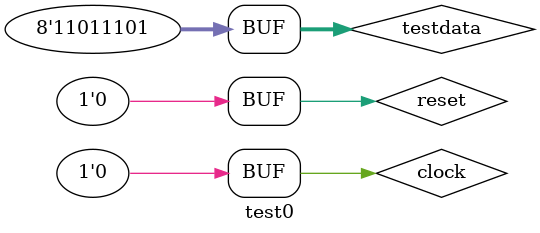
<source format=v>
module test0();
localparam CYCLES = 8;
reg clock = 1'b0;
reg reset = 1'b0;

reg [7:0] testdata = 8'b11011101;

wire dout;

shift_reg_piso #(.size(8)) sr(
	.clk(clock),
	.reset(reset),
	.datain(testdata),
	.dataout(dout)
);

initial begin
	reset = 1'b1;
	#1 reset = 1'b0;
end

always @ (posedge clock) begin
	$display("Posedge");
	$display("%b", dout);
end

initial repeat(CYCLES*2) begin
	#5 clock = ~clock;
end

endmodule


</source>
